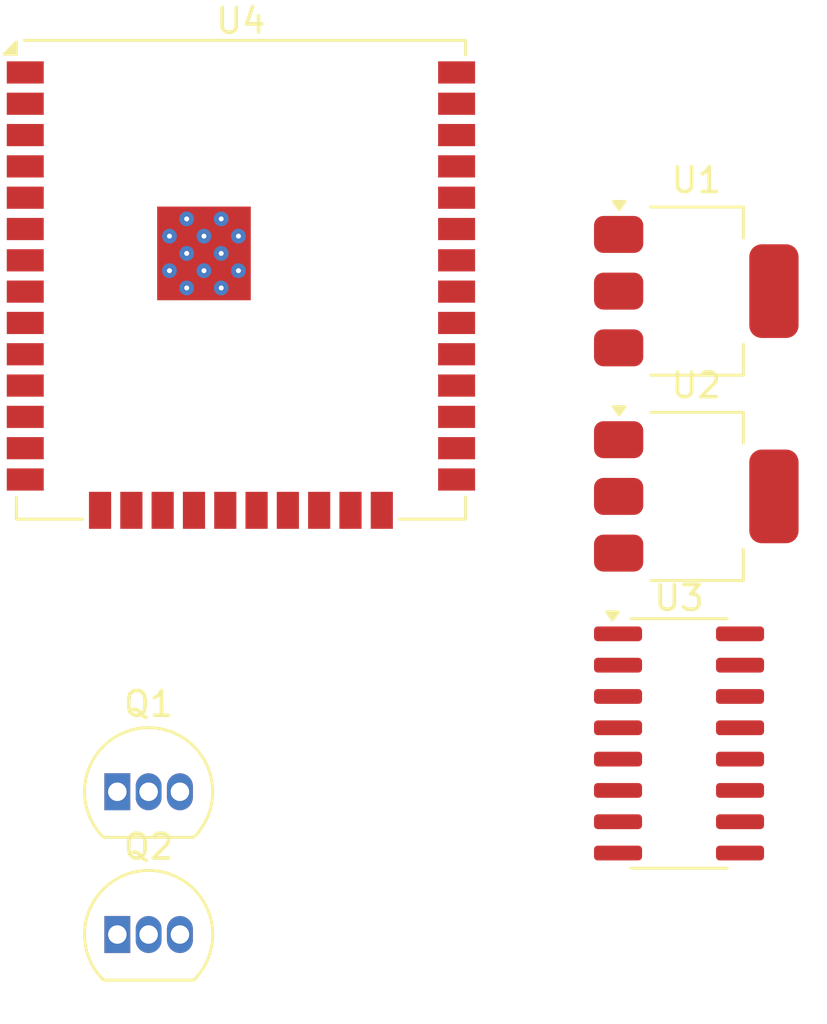
<source format=kicad_pcb>
(kicad_pcb (version 20240108) (generator "pcbnew") (generator_version "8.0")
  (layers (0 "F.Cu" signal) (31 "B.Cu" signal) (34 "B.Paste" user) (35 "F.Paste" user) (36 "B.SilkS" user "B.Silkscreen") (37 "F.SilkS" user "F.Silkscreen") (38 "B.Mask" user) (39 "F.Mask" user) (44 "Edge.Cuts" user))
  (net 0 "")
  (net 1 "Net-(Q1-B)")
  (net 2 "Net-(Q1-E)")
  (net 3 "EN")
  (net 4 "I00")
  (net 5 "Net-(Q2-E)")
  (net 6 "Net-(Q2-B)")
  (net 7 "2s")
  (net 8 "GND")
  (net 9 "5V")
  (net 10 "3V3")
  (net 11 "Net-(J12-D-)")
  (net 14 "Net-(J12-D+)")
  (net 16 "Net-(U3-TXD)")
  (net 20 "Net-(U3-RXD)")
  (net 29 "SDA")
  (net 34 "SCL")
  (net 35 "MOSI")
  (net 40 "IO0")
  (net 43 "TXD0")
  (net 51 "RXD0")
  (net 54 "MISO")
  (footprint "Package_TO_SOT_THT:TO-92_Inline" (layer "F.Cu") (at 139.235 100.015)
    (property "Reference" "Q1" (at 1.27 -3.56 0) (layer "F.SilkS"))
    (property "Value" "S8050")
    (fp_line (start -0.53 1.85) (end 3.07 1.85) (stroke (width 0.12)) (layer "F.SilkS"))
    (fp_arc (start -0.568478 1.838478) (mid -1.132087 -0.994977) (end 1.27 -2.6) (stroke (width 0.12)) (layer "F.SilkS"))
    (fp_arc (start 1.27 -2.6) (mid 3.672087 -0.994977) (end 3.108478 1.838478) (stroke (width 0.12)) (layer "F.SilkS"))
    (pad "1" thru_hole rect (at 0 0) (size 1.05 1.5) (drill 0.75) (layers "*.Cu" "*.Mask") (net 2 "Net-(Q1-E)"))
    (pad "2" thru_hole oval (at 1.27 0) (size 1.05 1.5) (drill 0.75) (layers "*.Cu" "*.Mask") (net 1 "Net-(Q1-B)"))
    (pad "3" thru_hole oval (at 2.54 0) (size 1.05 1.5) (drill 0.75) (layers "*.Cu" "*.Mask") (net 3 "EN"))
  )
  (footprint "Package_SO:SOIC-16_3.9x9.9mm_P1.27mm" (layer "F.Cu") (at 162.025 98.055)
    (property "Reference" "U3" (at 0 -5.9 0) (layer "F.SilkS"))
    (property "Value" "CH340C")
    (fp_line (start 0 -5.06) (end -1.95 -5.06) (stroke (width 0.12)) (layer "F.SilkS"))
    (fp_line (start 0 -5.06) (end 1.95 -5.06) (stroke (width 0.12)) (layer "F.SilkS"))
    (fp_line (start 0 5.06) (end -1.95 5.06) (stroke (width 0.12)) (layer "F.SilkS"))
    (fp_line (start 0 5.06) (end 1.95 5.06) (stroke (width 0.12)) (layer "F.SilkS"))
    (fp_poly (pts (xy -2.7 -5.005) (xy -2.94 -5.335) (xy -2.46 -5.335) (xy -2.7 -5.005)) (stroke (width 0.12)) (fill solid) (layer "F.SilkS"))
    (pad "1" smd roundrect (at -2.475 -4.445) (size 1.95 0.6) (layers "F.Cu" "F.Paste" "F.Mask") (net 8 "GND"))
    (pad "2" smd roundrect (at -2.475 -3.175) (size 1.95 0.6) (layers "F.Cu" "F.Paste" "F.Mask") (net 16 "Net-(U3-TXD)"))
    (pad "3" smd roundrect (at -2.475 -1.905) (size 1.95 0.6) (layers "F.Cu" "F.Paste" "F.Mask") (net 20 "Net-(U3-RXD)"))
    (pad "4" smd roundrect (at -2.475 -0.635) (size 1.95 0.6) (layers "F.Cu" "F.Paste" "F.Mask") (net 10 "3V3"))
    (pad "5" smd roundrect (at -2.475 0.635) (size 1.95 0.6) (layers "F.Cu" "F.Paste" "F.Mask") (net 14 "Net-(J12-D+)"))
    (pad "6" smd roundrect (at -2.475 1.905) (size 1.95 0.6) (layers "F.Cu" "F.Paste" "F.Mask") (net 11 "Net-(J12-D-)"))
    (pad "7" smd roundrect (at -2.475 3.175) (size 1.95 0.6) (layers "F.Cu" "F.Paste" "F.Mask"))
    (pad "8" smd roundrect (at -2.475 4.445) (size 1.95 0.6) (layers "F.Cu" "F.Paste" "F.Mask"))
    (pad "9" smd roundrect (at 2.475 4.445) (size 1.95 0.6) (layers "F.Cu" "F.Paste" "F.Mask"))
    (pad "10" smd roundrect (at 2.475 3.175) (size 1.95 0.6) (layers "F.Cu" "F.Paste" "F.Mask"))
    (pad "11" smd roundrect (at 2.475 1.905) (size 1.95 0.6) (layers "F.Cu" "F.Paste" "F.Mask"))
    (pad "12" smd roundrect (at 2.475 0.635) (size 1.95 0.6) (layers "F.Cu" "F.Paste" "F.Mask"))
    (pad "13" smd roundrect (at 2.475 -0.635) (size 1.95 0.6) (layers "F.Cu" "F.Paste" "F.Mask") (net 2 "Net-(Q1-E)"))
    (pad "14" smd roundrect (at 2.475 -1.905) (size 1.95 0.6) (layers "F.Cu" "F.Paste" "F.Mask") (net 5 "Net-(Q2-E)"))
    (pad "15" smd roundrect (at 2.475 -3.175) (size 1.95 0.6) (layers "F.Cu" "F.Paste" "F.Mask"))
    (pad "16" smd roundrect (at 2.475 -4.445) (size 1.95 0.6) (layers "F.Cu" "F.Paste" "F.Mask") (net 10 "3V3"))
  )
  (footprint "Package_TO_SOT_THT:TO-92_Inline" (layer "F.Cu") (at 139.235 105.805)
    (property "Reference" "Q2" (at 1.27 -3.56 0) (layer "F.SilkS"))
    (property "Value" "S8050")
    (fp_line (start -0.53 1.85) (end 3.07 1.85) (stroke (width 0.12)) (layer "F.SilkS"))
    (fp_arc (start -0.568478 1.838478) (mid -1.132087 -0.994977) (end 1.27 -2.6) (stroke (width 0.12)) (layer "F.SilkS"))
    (fp_arc (start 1.27 -2.6) (mid 3.672087 -0.994977) (end 3.108478 1.838478) (stroke (width 0.12)) (layer "F.SilkS"))
    (pad "1" thru_hole rect (at 0 0) (size 1.05 1.5) (drill 0.75) (layers "*.Cu" "*.Mask") (net 5 "Net-(Q2-E)"))
    (pad "2" thru_hole oval (at 1.27 0) (size 1.05 1.5) (drill 0.75) (layers "*.Cu" "*.Mask") (net 6 "Net-(Q2-B)"))
    (pad "3" thru_hole oval (at 2.54 0) (size 1.05 1.5) (drill 0.75) (layers "*.Cu" "*.Mask") (net 4 "I00"))
  )
  (footprint "Package_TO_SOT_SMD:SOT-223-3_TabPin2" (layer "F.Cu") (at 162.725 79.71)
    (property "Reference" "U1" (at 0 -4.5 0) (layer "F.SilkS"))
    (property "Value" "AMS1117-5.0")
    (fp_line (start -1.85 -3.41) (end 1.91 -3.41) (stroke (width 0.12)) (layer "F.SilkS"))
    (fp_line (start -1.85 3.41) (end 1.91 3.41) (stroke (width 0.12)) (layer "F.SilkS"))
    (fp_line (start 1.91 -3.41) (end 1.91 -2.15) (stroke (width 0.12)) (layer "F.SilkS"))
    (fp_line (start 1.91 3.41) (end 1.91 2.15) (stroke (width 0.12)) (layer "F.SilkS"))
    (fp_poly (pts (xy -3.13 -3.31) (xy -3.37 -3.64) (xy -2.89 -3.64) (xy -3.13 -3.31)) (stroke (width 0.12)) (fill solid) (layer "F.SilkS"))
    (pad "1" smd roundrect (at -3.15 -2.3) (size 2 1.5) (layers "F.Cu" "F.Paste" "F.Mask") (net 8 "GND"))
    (pad "2" smd roundrect (at -3.15 0) (size 2 1.5) (layers "F.Cu" "F.Paste" "F.Mask") (net 9 "5V"))
    (pad "2" smd roundrect (at 3.15 0) (size 2 3.8) (layers "F.Cu" "F.Paste" "F.Mask") (net 9 "5V"))
    (pad "3" smd roundrect (at -3.15 2.3) (size 2 1.5) (layers "F.Cu" "F.Paste" "F.Mask") (net 7 "2s"))
  )
  (footprint "Package_TO_SOT_SMD:SOT-223-3_TabPin2" (layer "F.Cu") (at 162.725 88.035)
    (property "Reference" "U2" (at 0 -4.5 0) (layer "F.SilkS"))
    (property "Value" "AMS1117-3.3")
    (fp_line (start -1.85 -3.41) (end 1.91 -3.41) (stroke (width 0.12)) (layer "F.SilkS"))
    (fp_line (start -1.85 3.41) (end 1.91 3.41) (stroke (width 0.12)) (layer "F.SilkS"))
    (fp_line (start 1.91 -3.41) (end 1.91 -2.15) (stroke (width 0.12)) (layer "F.SilkS"))
    (fp_line (start 1.91 3.41) (end 1.91 2.15) (stroke (width 0.12)) (layer "F.SilkS"))
    (fp_poly (pts (xy -3.13 -3.31) (xy -3.37 -3.64) (xy -2.89 -3.64) (xy -3.13 -3.31)) (stroke (width 0.12)) (fill solid) (layer "F.SilkS"))
    (pad "1" smd roundrect (at -3.15 -2.3) (size 2 1.5) (layers "F.Cu" "F.Paste" "F.Mask") (net 8 "GND"))
    (pad "2" smd roundrect (at -3.15 0) (size 2 1.5) (layers "F.Cu" "F.Paste" "F.Mask") (net 10 "3V3"))
    (pad "2" smd roundrect (at 3.15 0) (size 2 3.8) (layers "F.Cu" "F.Paste" "F.Mask") (net 10 "3V3"))
    (pad "3" smd roundrect (at -3.15 2.3) (size 2 1.5) (layers "F.Cu" "F.Paste" "F.Mask") (net 9 "5V"))
  )
  (footprint "RF_Module:ESP32-WROOM-32UE" (layer "F.Cu") (at 144.25 79.25)
    (property "Reference" "U4" (at 0 -10.5 0) (layer "F.SilkS"))
    (property "Value" "ESP32-WROOM-32UE")
    (fp_line (start -9.11 8.81) (end -9.11 9.71) (stroke (width 0.12)) (layer "F.SilkS"))
    (fp_line (start -9.11 9.71) (end -6.425 9.71) (stroke (width 0.12)) (layer "F.SilkS"))
    (fp_line (start -8.8 -9.71) (end 9.11 -9.71) (stroke (width 0.12)) (layer "F.SilkS"))
    (fp_line (start 6.425 9.71) (end 9.11 9.71) (stroke (width 0.12)) (layer "F.SilkS"))
    (fp_line (start 9.11 -9.71) (end 9.11 -9.12) (stroke (width 0.12)) (layer "F.SilkS"))
    (fp_line (start 9.11 8.81) (end 9.11 9.71) (stroke (width 0.12)) (layer "F.SilkS"))
    (fp_poly (pts (xy -9.11 -9.15) (xy -9.61 -9.15) (xy -9.11 -9.65) (xy -9.11 -9.15)) (stroke (width 0.12)) (fill solid) (layer "F.SilkS"))
    (pad "1" smd rect (at -8.75 -8.41) (size 1.5 0.9) (layers "F.Cu" "F.Paste" "F.Mask") (net 8 "GND"))
    (pad "2" smd rect (at -8.75 -7.14) (size 1.5 0.9) (layers "F.Cu" "F.Paste" "F.Mask") (net 10 "3V3"))
    (pad "3" smd rect (at -8.75 -5.87) (size 1.5 0.9) (layers "F.Cu" "F.Paste" "F.Mask") (net 3 "EN"))
    (pad "4" smd rect (at -8.75 -4.6) (size 1.5 0.9) (layers "F.Cu" "F.Paste" "F.Mask"))
    (pad "5" smd rect (at -8.75 -3.33) (size 1.5 0.9) (layers "F.Cu" "F.Paste" "F.Mask"))
    (pad "6" smd rect (at -8.75 -2.06) (size 1.5 0.9) (layers "F.Cu" "F.Paste" "F.Mask"))
    (pad "7" smd rect (at -8.75 -0.79) (size 1.5 0.9) (layers "F.Cu" "F.Paste" "F.Mask"))
    (pad "8" smd rect (at -8.75 0.48) (size 1.5 0.9) (layers "F.Cu" "F.Paste" "F.Mask"))
    (pad "9" smd rect (at -8.75 1.75) (size 1.5 0.9) (layers "F.Cu" "F.Paste" "F.Mask"))
    (pad "10" smd rect (at -8.75 3.02) (size 1.5 0.9) (layers "F.Cu" "F.Paste" "F.Mask"))
    (pad "11" smd rect (at -8.75 4.29) (size 1.5 0.9) (layers "F.Cu" "F.Paste" "F.Mask"))
    (pad "12" smd rect (at -8.75 5.56) (size 1.5 0.9) (layers "F.Cu" "F.Paste" "F.Mask"))
    (pad "13" smd rect (at -8.75 6.83) (size 1.5 0.9) (layers "F.Cu" "F.Paste" "F.Mask"))
    (pad "14" smd rect (at -8.75 8.1) (size 1.5 0.9) (layers "F.Cu" "F.Paste" "F.Mask"))
    (pad "15" smd rect (at -5.715 9.35 90) (size 1.5 0.9) (layers "F.Cu" "F.Paste" "F.Mask") (net 8 "GND"))
    (pad "16" smd rect (at -4.445 9.35 90) (size 1.5 0.9) (layers "F.Cu" "F.Paste" "F.Mask"))
    (pad "17" smd rect (at -3.175 9.35 90) (size 1.5 0.9) (layers "F.Cu" "F.Paste" "F.Mask"))
    (pad "18" smd rect (at -1.905 9.35 90) (size 1.5 0.9) (layers "F.Cu" "F.Paste" "F.Mask"))
    (pad "19" smd rect (at -0.635 9.35 90) (size 1.5 0.9) (layers "F.Cu" "F.Paste" "F.Mask"))
    (pad "20" smd rect (at 0.635 9.35 90) (size 1.5 0.9) (layers "F.Cu" "F.Paste" "F.Mask"))
    (pad "21" smd rect (at 1.905 9.35 90) (size 1.5 0.9) (layers "F.Cu" "F.Paste" "F.Mask"))
    (pad "22" smd rect (at 3.175 9.35 90) (size 1.5 0.9) (layers "F.Cu" "F.Paste" "F.Mask"))
    (pad "23" smd rect (at 4.445 9.35 90) (size 1.5 0.9) (layers "F.Cu" "F.Paste" "F.Mask"))
    (pad "24" smd rect (at 5.715 9.35 90) (size 1.5 0.9) (layers "F.Cu" "F.Paste" "F.Mask"))
    (pad "25" smd rect (at 8.75 8.1) (size 1.5 0.9) (layers "F.Cu" "F.Paste" "F.Mask") (net 40 "IO0"))
    (pad "26" smd rect (at 8.75 6.83) (size 1.5 0.9) (layers "F.Cu" "F.Paste" "F.Mask"))
    (pad "27" smd rect (at 8.75 5.56) (size 1.5 0.9) (layers "F.Cu" "F.Paste" "F.Mask"))
    (pad "28" smd rect (at 8.75 4.29) (size 1.5 0.9) (layers "F.Cu" "F.Paste" "F.Mask"))
    (pad "29" smd rect (at 8.75 3.02) (size 1.5 0.9) (layers "F.Cu" "F.Paste" "F.Mask"))
    (pad "30" smd rect (at 8.75 1.75) (size 1.5 0.9) (layers "F.Cu" "F.Paste" "F.Mask"))
    (pad "31" smd rect (at 8.75 0.48) (size 1.5 0.9) (layers "F.Cu" "F.Paste" "F.Mask") (net 54 "MISO"))
    (pad "32" smd rect (at 8.75 -0.79) (size 1.5 0.9) (layers "F.Cu" "F.Paste" "F.Mask"))
    (pad "33" smd rect (at 8.75 -2.06) (size 1.5 0.9) (layers "F.Cu" "F.Paste" "F.Mask") (net 29 "SDA"))
    (pad "34" smd rect (at 8.75 -3.33) (size 1.5 0.9) (layers "F.Cu" "F.Paste" "F.Mask") (net 51 "RXD0"))
    (pad "35" smd rect (at 8.75 -4.6) (size 1.5 0.9) (layers "F.Cu" "F.Paste" "F.Mask") (net 43 "TXD0"))
    (pad "36" smd rect (at 8.75 -5.87) (size 1.5 0.9) (layers "F.Cu" "F.Paste" "F.Mask") (net 34 "SCL"))
    (pad "37" smd rect (at 8.75 -7.14) (size 1.5 0.9) (layers "F.Cu" "F.Paste" "F.Mask") (net 35 "MOSI"))
    (pad "38" smd rect (at 8.75 -8.41) (size 1.5 0.9) (layers "F.Cu" "F.Paste" "F.Mask") (net 8 "GND"))
    (pad "39" smd rect (at -2.9 -2.47) (size 0.9 0.9) (layers "F.Cu" "F.Paste") (net 8 "GND"))
    (pad "39" thru_hole circle (at -2.9 -1.77) (size 0.6 0.6) (drill 0.2) (property pad_prop_heatsink) (layers "*.Cu" "F.Mask") (net 8 "GND"))
    (pad "39" smd rect (at -2.9 -1.07) (size 0.9 0.9) (layers "F.Cu" "F.Paste") (net 8 "GND"))
    (pad "39" thru_hole circle (at -2.9 -0.37) (size 0.6 0.6) (drill 0.2) (property pad_prop_heatsink) (layers "*.Cu" "F.Mask") (net 8 "GND"))
    (pad "39" smd rect (at -2.9 0.33) (size 0.9 0.9) (layers "F.Cu" "F.Paste") (net 8 "GND"))
    (pad "39" thru_hole circle (at -2.2 -2.47) (size 0.6 0.6) (drill 0.2) (property pad_prop_heatsink) (layers "*.Cu" "F.Mask") (net 8 "GND"))
    (pad "39" thru_hole circle (at -2.2 -1.07) (size 0.6 0.6) (drill 0.2) (property pad_prop_heatsink) (layers "*.Cu" "F.Mask") (net 8 "GND"))
    (pad "39" thru_hole circle (at -2.2 0.33) (size 0.6 0.6) (drill 0.2) (property pad_prop_heatsink) (layers "*.Cu" "F.Mask") (net 8 "GND"))
    (pad "39" smd rect (at -1.5 -2.47) (size 0.9 0.9) (layers "F.Cu" "F.Paste") (net 8 "GND"))
    (pad "39" thru_hole circle (at -1.5 -1.77) (size 0.6 0.6) (drill 0.2) (property pad_prop_heatsink) (layers "*.Cu" "F.Mask") (net 8 "GND"))
    (pad "39" smd rect (at -1.5 -1.07) (size 0.9 0.9) (layers "F.Cu" "F.Paste") (net 8 "GND"))
    (pad "39" smd rect (at -1.5 -1.07) (size 3.8 3.8) (layers "F.Cu" "F.Mask") (net 8 "GND"))
    (pad "39" thru_hole circle (at -1.5 -0.37) (size 0.6 0.6) (drill 0.2) (property pad_prop_heatsink) (layers "*.Cu" "F.Mask") (net 8 "GND"))
    (pad "39" smd rect (at -1.5 0.33) (size 0.9 0.9) (layers "F.Cu" "F.Paste") (net 8 "GND"))
    (pad "39" thru_hole circle (at -0.8 -2.47) (size 0.6 0.6) (drill 0.2) (property pad_prop_heatsink) (layers "*.Cu" "F.Mask") (net 8 "GND"))
    (pad "39" thru_hole circle (at -0.8 -1.07) (size 0.6 0.6) (drill 0.2) (property pad_prop_heatsink) (layers "*.Cu" "F.Mask") (net 8 "GND"))
    (pad "39" thru_hole circle (at -0.8 0.33) (size 0.6 0.6) (drill 0.2) (property pad_prop_heatsink) (layers "*.Cu" "F.Mask") (net 8 "GND"))
    (pad "39" smd rect (at -0.1 -2.47) (size 0.9 0.9) (layers "F.Cu" "F.Paste") (net 8 "GND"))
    (pad "39" thru_hole circle (at -0.1 -1.77) (size 0.6 0.6) (drill 0.2) (property pad_prop_heatsink) (layers "*.Cu" "F.Mask") (net 8 "GND"))
    (pad "39" smd rect (at -0.1 -1.07) (size 0.9 0.9) (layers "F.Cu" "F.Paste") (net 8 "GND"))
    (pad "39" thru_hole circle (at -0.1 -0.37) (size 0.6 0.6) (drill 0.2) (property pad_prop_heatsink) (layers "*.Cu" "F.Mask") (net 8 "GND"))
    (pad "39" smd rect (at -0.1 0.33) (size 0.9 0.9) (layers "F.Cu" "F.Paste") (net 8 "GND"))
  )
)
</source>
